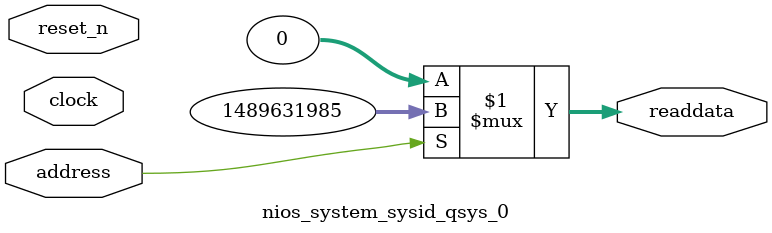
<source format=v>

`timescale 1ns / 1ps
// synthesis translate_on

// turn off superfluous verilog processor warnings 
// altera message_level Level1 
// altera message_off 10034 10035 10036 10037 10230 10240 10030 

module nios_system_sysid_qsys_0 (
               // inputs:
                address,
                clock,
                reset_n,

               // outputs:
                readdata
             )
;

  output  [ 31: 0] readdata;
  input            address;
  input            clock;
  input            reset_n;

  wire    [ 31: 0] readdata;
  //control_slave, which is an e_avalon_slave
  assign readdata = address ? 1489631985 : 0;

endmodule




</source>
